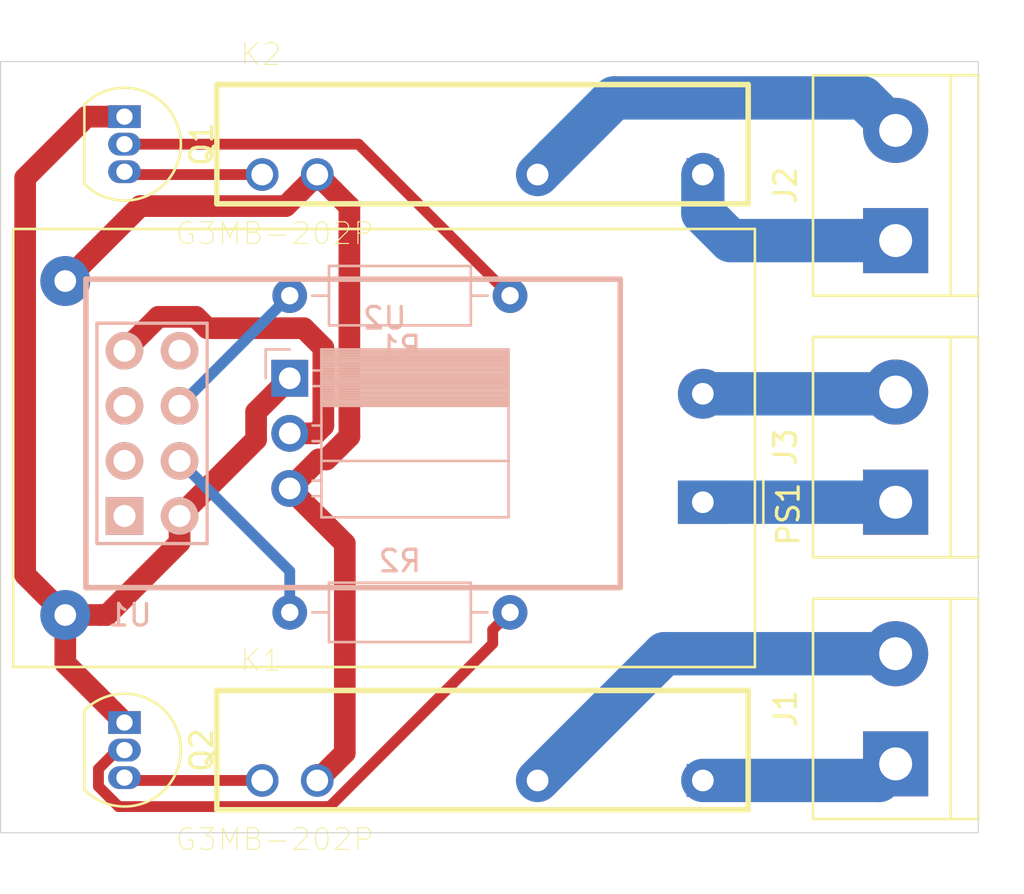
<source format=kicad_pcb>
(kicad_pcb (version 20171130) (host pcbnew "(5.1.4-0-10_14)")

  (general
    (thickness 1.6)
    (drawings 5)
    (tracks 70)
    (zones 0)
    (modules 12)
    (nets 20)
  )

  (page A4)
  (layers
    (0 F.Cu signal)
    (31 B.Cu signal)
    (32 B.Adhes user)
    (33 F.Adhes user)
    (34 B.Paste user)
    (35 F.Paste user)
    (36 B.SilkS user)
    (37 F.SilkS user)
    (38 B.Mask user)
    (39 F.Mask user)
    (40 Dwgs.User user)
    (41 Cmts.User user)
    (42 Eco1.User user)
    (43 Eco2.User user)
    (44 Edge.Cuts user)
    (45 Margin user)
    (46 B.CrtYd user)
    (47 F.CrtYd user)
    (48 B.Fab user)
    (49 F.Fab user)
  )

  (setup
    (last_trace_width 0.5)
    (trace_clearance 0.2)
    (zone_clearance 0.508)
    (zone_45_only no)
    (trace_min 0.2)
    (via_size 0.8)
    (via_drill 0.4)
    (via_min_size 0.4)
    (via_min_drill 0.3)
    (uvia_size 0.3)
    (uvia_drill 0.1)
    (uvias_allowed no)
    (uvia_min_size 0.2)
    (uvia_min_drill 0.1)
    (edge_width 0.05)
    (segment_width 0.2)
    (pcb_text_width 0.3)
    (pcb_text_size 1.5 1.5)
    (mod_edge_width 0.12)
    (mod_text_size 1 1)
    (mod_text_width 0.15)
    (pad_size 1.524 1.524)
    (pad_drill 0.762)
    (pad_to_mask_clearance 0.051)
    (solder_mask_min_width 0.25)
    (aux_axis_origin 0 0)
    (visible_elements FFFFFF7F)
    (pcbplotparams
      (layerselection 0x010fc_ffffffff)
      (usegerberextensions false)
      (usegerberattributes false)
      (usegerberadvancedattributes false)
      (creategerberjobfile false)
      (excludeedgelayer true)
      (linewidth 0.100000)
      (plotframeref false)
      (viasonmask false)
      (mode 1)
      (useauxorigin false)
      (hpglpennumber 1)
      (hpglpenspeed 20)
      (hpglpendiameter 15.000000)
      (psnegative false)
      (psa4output false)
      (plotreference true)
      (plotvalue true)
      (plotinvisibletext false)
      (padsonsilk false)
      (subtractmaskfromsilk false)
      (outputformat 1)
      (mirror false)
      (drillshape 1)
      (scaleselection 1)
      (outputdirectory ""))
  )

  (net 0 "")
  (net 1 "Net-(J1-Pad2)")
  (net 2 "Net-(J1-Pad1)")
  (net 3 "Net-(J2-Pad1)")
  (net 4 "Net-(J2-Pad2)")
  (net 5 +5V)
  (net 6 "Net-(K1-Pad4)")
  (net 7 "Net-(K2-Pad4)")
  (net 8 "Net-(Q1-Pad2)")
  (net 9 GND)
  (net 10 "Net-(Q2-Pad2)")
  (net 11 "Net-(R1-Pad1)")
  (net 12 "Net-(R2-Pad2)")
  (net 13 "Net-(U1-Pad1)")
  (net 14 "Net-(U1-Pad3)")
  (net 15 "Net-(U1-Pad5)")
  (net 16 +3.3V)
  (net 17 "Net-(U1-Pad8)")
  (net 18 "Net-(J3-Pad2)")
  (net 19 "Net-(J3-Pad1)")

  (net_class Default "To jest domyślna klasa połączeń."
    (clearance 0.2)
    (trace_width 0.5)
    (via_dia 0.8)
    (via_drill 0.4)
    (uvia_dia 0.3)
    (uvia_drill 0.1)
    (add_net "Net-(K1-Pad4)")
    (add_net "Net-(K2-Pad4)")
    (add_net "Net-(Q1-Pad2)")
    (add_net "Net-(Q2-Pad2)")
    (add_net "Net-(R1-Pad1)")
    (add_net "Net-(R2-Pad2)")
    (add_net "Net-(U1-Pad1)")
    (add_net "Net-(U1-Pad3)")
    (add_net "Net-(U1-Pad5)")
    (add_net "Net-(U1-Pad8)")
  )

  (net_class AC ""
    (clearance 0.2)
    (trace_width 2)
    (via_dia 0.8)
    (via_drill 0.4)
    (uvia_dia 0.3)
    (uvia_drill 0.1)
    (add_net "Net-(J1-Pad1)")
    (add_net "Net-(J1-Pad2)")
    (add_net "Net-(J2-Pad1)")
    (add_net "Net-(J2-Pad2)")
    (add_net "Net-(J3-Pad1)")
    (add_net "Net-(J3-Pad2)")
  )

  (net_class Power ""
    (clearance 0.2)
    (trace_width 1)
    (via_dia 0.8)
    (via_drill 0.4)
    (uvia_dia 0.3)
    (uvia_drill 0.1)
    (add_net +3.3V)
    (add_net +5V)
    (add_net GND)
  )

  (module G3MB-202P:RELAY_G3MB-202P (layer F.Cu) (tedit 0) (tstamp 5D7858CB)
    (at 123.19 55.88)
    (path /5D78A9E2)
    (fp_text reference K1 (at -10.2192 -4.13873) (layer F.SilkS)
      (effects (font (size 1.00091 1.00091) (thickness 0.05)))
    )
    (fp_text value G3MB-202P (at -9.5817 4.11786) (layer F.SilkS)
      (effects (font (size 1.00069 1.00069) (thickness 0.05)))
    )
    (fp_line (start -12.75 3.25) (end -12.75 -3.25) (layer Eco1.User) (width 0.127))
    (fp_line (start 12.75 3.25) (end -12.75 3.25) (layer Eco1.User) (width 0.127))
    (fp_line (start 12.75 -3.25) (end 12.75 3.25) (layer Eco1.User) (width 0.127))
    (fp_line (start -12.75 -3.25) (end 12.75 -3.25) (layer Eco1.User) (width 0.127))
    (fp_line (start -12.25 -2.75) (end -12.25 2.75) (layer F.SilkS) (width 0.254))
    (fp_line (start 12.25 -2.75) (end -12.25 -2.75) (layer F.SilkS) (width 0.254))
    (fp_line (start 12.25 2.75) (end 12.25 -2.75) (layer F.SilkS) (width 0.254))
    (fp_line (start -12.25 2.75) (end 12.25 2.75) (layer F.SilkS) (width 0.254))
    (pad 1 thru_hole rect (at 10.16 1.4) (size 1.508 1.508) (drill 1) (layers *.Cu *.Mask)
      (net 2 "Net-(J1-Pad1)"))
    (pad 2 thru_hole circle (at 2.54 1.4) (size 1.508 1.508) (drill 1) (layers *.Cu *.Mask)
      (net 1 "Net-(J1-Pad2)"))
    (pad 3 thru_hole circle (at -7.62 1.4) (size 1.508 1.508) (drill 1) (layers *.Cu *.Mask)
      (net 5 +5V))
    (pad 4 thru_hole circle (at -10.16 1.4) (size 1.508 1.508) (drill 1) (layers *.Cu *.Mask)
      (net 6 "Net-(K1-Pad4)"))
  )

  (module G3MB-202P:RELAY_G3MB-202P (layer F.Cu) (tedit 0) (tstamp 5D7858DB)
    (at 123.19 27.94)
    (path /5D788A46)
    (fp_text reference K2 (at -10.2192 -4.13873) (layer F.SilkS)
      (effects (font (size 1.00091 1.00091) (thickness 0.05)))
    )
    (fp_text value G3MB-202P (at -9.5817 4.11786) (layer F.SilkS)
      (effects (font (size 1.00069 1.00069) (thickness 0.05)))
    )
    (fp_line (start -12.25 2.75) (end 12.25 2.75) (layer F.SilkS) (width 0.254))
    (fp_line (start 12.25 2.75) (end 12.25 -2.75) (layer F.SilkS) (width 0.254))
    (fp_line (start 12.25 -2.75) (end -12.25 -2.75) (layer F.SilkS) (width 0.254))
    (fp_line (start -12.25 -2.75) (end -12.25 2.75) (layer F.SilkS) (width 0.254))
    (fp_line (start -12.75 -3.25) (end 12.75 -3.25) (layer Eco1.User) (width 0.127))
    (fp_line (start 12.75 -3.25) (end 12.75 3.25) (layer Eco1.User) (width 0.127))
    (fp_line (start 12.75 3.25) (end -12.75 3.25) (layer Eco1.User) (width 0.127))
    (fp_line (start -12.75 3.25) (end -12.75 -3.25) (layer Eco1.User) (width 0.127))
    (pad 4 thru_hole circle (at -10.16 1.4) (size 1.508 1.508) (drill 1) (layers *.Cu *.Mask)
      (net 7 "Net-(K2-Pad4)"))
    (pad 3 thru_hole circle (at -7.62 1.4) (size 1.508 1.508) (drill 1) (layers *.Cu *.Mask)
      (net 5 +5V))
    (pad 2 thru_hole circle (at 2.54 1.4) (size 1.508 1.508) (drill 1) (layers *.Cu *.Mask)
      (net 4 "Net-(J2-Pad2)"))
    (pad 1 thru_hole rect (at 10.16 1.4) (size 1.508 1.508) (drill 1) (layers *.Cu *.Mask)
      (net 3 "Net-(J2-Pad1)"))
  )

  (module Package_TO_SOT_THT:TO-92_Inline (layer F.Cu) (tedit 5A1DD157) (tstamp 5D7858ED)
    (at 106.68 26.67 270)
    (descr "TO-92 leads in-line, narrow, oval pads, drill 0.75mm (see NXP sot054_po.pdf)")
    (tags "to-92 sc-43 sc-43a sot54 PA33 transistor")
    (path /5D77B6AC)
    (fp_text reference Q1 (at 1.27 -3.56 90) (layer F.SilkS)
      (effects (font (size 1 1) (thickness 0.15)))
    )
    (fp_text value BC547 (at 1.27 2.79 90) (layer F.Fab)
      (effects (font (size 1 1) (thickness 0.15)))
    )
    (fp_text user %R (at 1.27 -3.56 90) (layer F.Fab)
      (effects (font (size 1 1) (thickness 0.15)))
    )
    (fp_line (start -0.53 1.85) (end 3.07 1.85) (layer F.SilkS) (width 0.12))
    (fp_line (start -0.5 1.75) (end 3 1.75) (layer F.Fab) (width 0.1))
    (fp_line (start -1.46 -2.73) (end 4 -2.73) (layer F.CrtYd) (width 0.05))
    (fp_line (start -1.46 -2.73) (end -1.46 2.01) (layer F.CrtYd) (width 0.05))
    (fp_line (start 4 2.01) (end 4 -2.73) (layer F.CrtYd) (width 0.05))
    (fp_line (start 4 2.01) (end -1.46 2.01) (layer F.CrtYd) (width 0.05))
    (fp_arc (start 1.27 0) (end 1.27 -2.48) (angle 135) (layer F.Fab) (width 0.1))
    (fp_arc (start 1.27 0) (end 1.27 -2.6) (angle -135) (layer F.SilkS) (width 0.12))
    (fp_arc (start 1.27 0) (end 1.27 -2.48) (angle -135) (layer F.Fab) (width 0.1))
    (fp_arc (start 1.27 0) (end 1.27 -2.6) (angle 135) (layer F.SilkS) (width 0.12))
    (pad 2 thru_hole oval (at 1.27 0 270) (size 1.05 1.5) (drill 0.75) (layers *.Cu *.Mask)
      (net 8 "Net-(Q1-Pad2)"))
    (pad 3 thru_hole oval (at 2.54 0 270) (size 1.05 1.5) (drill 0.75) (layers *.Cu *.Mask)
      (net 7 "Net-(K2-Pad4)"))
    (pad 1 thru_hole rect (at 0 0 270) (size 1.05 1.5) (drill 0.75) (layers *.Cu *.Mask)
      (net 9 GND))
    (model ${KISYS3DMOD}/Package_TO_SOT_THT.3dshapes/TO-92_Inline.wrl
      (at (xyz 0 0 0))
      (scale (xyz 1 1 1))
      (rotate (xyz 0 0 0))
    )
  )

  (module Package_TO_SOT_THT:TO-92_Inline (layer F.Cu) (tedit 5A1DD157) (tstamp 5D7858FF)
    (at 106.68 54.61 270)
    (descr "TO-92 leads in-line, narrow, oval pads, drill 0.75mm (see NXP sot054_po.pdf)")
    (tags "to-92 sc-43 sc-43a sot54 PA33 transistor")
    (path /5D77CAE0)
    (fp_text reference Q2 (at 1.27 -3.56 90) (layer F.SilkS)
      (effects (font (size 1 1) (thickness 0.15)))
    )
    (fp_text value BC547 (at 1.27 2.79 90) (layer F.Fab)
      (effects (font (size 1 1) (thickness 0.15)))
    )
    (fp_arc (start 1.27 0) (end 1.27 -2.6) (angle 135) (layer F.SilkS) (width 0.12))
    (fp_arc (start 1.27 0) (end 1.27 -2.48) (angle -135) (layer F.Fab) (width 0.1))
    (fp_arc (start 1.27 0) (end 1.27 -2.6) (angle -135) (layer F.SilkS) (width 0.12))
    (fp_arc (start 1.27 0) (end 1.27 -2.48) (angle 135) (layer F.Fab) (width 0.1))
    (fp_line (start 4 2.01) (end -1.46 2.01) (layer F.CrtYd) (width 0.05))
    (fp_line (start 4 2.01) (end 4 -2.73) (layer F.CrtYd) (width 0.05))
    (fp_line (start -1.46 -2.73) (end -1.46 2.01) (layer F.CrtYd) (width 0.05))
    (fp_line (start -1.46 -2.73) (end 4 -2.73) (layer F.CrtYd) (width 0.05))
    (fp_line (start -0.5 1.75) (end 3 1.75) (layer F.Fab) (width 0.1))
    (fp_line (start -0.53 1.85) (end 3.07 1.85) (layer F.SilkS) (width 0.12))
    (fp_text user %R (at 1.27 -3.56 90) (layer F.Fab)
      (effects (font (size 1 1) (thickness 0.15)))
    )
    (pad 1 thru_hole rect (at 0 0 270) (size 1.05 1.5) (drill 0.75) (layers *.Cu *.Mask)
      (net 9 GND))
    (pad 3 thru_hole oval (at 2.54 0 270) (size 1.05 1.5) (drill 0.75) (layers *.Cu *.Mask)
      (net 6 "Net-(K1-Pad4)"))
    (pad 2 thru_hole oval (at 1.27 0 270) (size 1.05 1.5) (drill 0.75) (layers *.Cu *.Mask)
      (net 10 "Net-(Q2-Pad2)"))
    (model ${KISYS3DMOD}/Package_TO_SOT_THT.3dshapes/TO-92_Inline.wrl
      (at (xyz 0 0 0))
      (scale (xyz 1 1 1))
      (rotate (xyz 0 0 0))
    )
  )

  (module Resistor_THT:R_Axial_DIN0207_L6.3mm_D2.5mm_P10.16mm_Horizontal (layer B.Cu) (tedit 5AE5139B) (tstamp 5D785D0C)
    (at 114.3 34.925)
    (descr "Resistor, Axial_DIN0207 series, Axial, Horizontal, pin pitch=10.16mm, 0.25W = 1/4W, length*diameter=6.3*2.5mm^2, http://cdn-reichelt.de/documents/datenblatt/B400/1_4W%23YAG.pdf")
    (tags "Resistor Axial_DIN0207 series Axial Horizontal pin pitch 10.16mm 0.25W = 1/4W length 6.3mm diameter 2.5mm")
    (path /5D78EB6F)
    (fp_text reference R1 (at 5.08 2.37) (layer B.SilkS)
      (effects (font (size 1 1) (thickness 0.15)) (justify mirror))
    )
    (fp_text value R (at 5.08 -2.37) (layer B.Fab)
      (effects (font (size 1 1) (thickness 0.15)) (justify mirror))
    )
    (fp_line (start 1.93 1.25) (end 1.93 -1.25) (layer B.Fab) (width 0.1))
    (fp_line (start 1.93 -1.25) (end 8.23 -1.25) (layer B.Fab) (width 0.1))
    (fp_line (start 8.23 -1.25) (end 8.23 1.25) (layer B.Fab) (width 0.1))
    (fp_line (start 8.23 1.25) (end 1.93 1.25) (layer B.Fab) (width 0.1))
    (fp_line (start 0 0) (end 1.93 0) (layer B.Fab) (width 0.1))
    (fp_line (start 10.16 0) (end 8.23 0) (layer B.Fab) (width 0.1))
    (fp_line (start 1.81 1.37) (end 1.81 -1.37) (layer B.SilkS) (width 0.12))
    (fp_line (start 1.81 -1.37) (end 8.35 -1.37) (layer B.SilkS) (width 0.12))
    (fp_line (start 8.35 -1.37) (end 8.35 1.37) (layer B.SilkS) (width 0.12))
    (fp_line (start 8.35 1.37) (end 1.81 1.37) (layer B.SilkS) (width 0.12))
    (fp_line (start 1.04 0) (end 1.81 0) (layer B.SilkS) (width 0.12))
    (fp_line (start 9.12 0) (end 8.35 0) (layer B.SilkS) (width 0.12))
    (fp_line (start -1.05 1.5) (end -1.05 -1.5) (layer B.CrtYd) (width 0.05))
    (fp_line (start -1.05 -1.5) (end 11.21 -1.5) (layer B.CrtYd) (width 0.05))
    (fp_line (start 11.21 -1.5) (end 11.21 1.5) (layer B.CrtYd) (width 0.05))
    (fp_line (start 11.21 1.5) (end -1.05 1.5) (layer B.CrtYd) (width 0.05))
    (fp_text user %R (at 5.08 0) (layer B.Fab)
      (effects (font (size 1 1) (thickness 0.15)) (justify mirror))
    )
    (pad 1 thru_hole circle (at 0 0) (size 1.6 1.6) (drill 0.8) (layers *.Cu *.Mask)
      (net 11 "Net-(R1-Pad1)"))
    (pad 2 thru_hole oval (at 10.16 0) (size 1.6 1.6) (drill 0.8) (layers *.Cu *.Mask)
      (net 8 "Net-(Q1-Pad2)"))
    (model ${KISYS3DMOD}/Resistor_THT.3dshapes/R_Axial_DIN0207_L6.3mm_D2.5mm_P10.16mm_Horizontal.wrl
      (at (xyz 0 0 0))
      (scale (xyz 1 1 1))
      (rotate (xyz 0 0 0))
    )
  )

  (module Resistor_THT:R_Axial_DIN0207_L6.3mm_D2.5mm_P10.16mm_Horizontal (layer B.Cu) (tedit 5AE5139B) (tstamp 5D785E9F)
    (at 124.46 49.53 180)
    (descr "Resistor, Axial_DIN0207 series, Axial, Horizontal, pin pitch=10.16mm, 0.25W = 1/4W, length*diameter=6.3*2.5mm^2, http://cdn-reichelt.de/documents/datenblatt/B400/1_4W%23YAG.pdf")
    (tags "Resistor Axial_DIN0207 series Axial Horizontal pin pitch 10.16mm 0.25W = 1/4W length 6.3mm diameter 2.5mm")
    (path /5D78F2F2)
    (fp_text reference R2 (at 5.08 2.37) (layer B.SilkS)
      (effects (font (size 1 1) (thickness 0.15)) (justify mirror))
    )
    (fp_text value R (at 5.08 -2.37) (layer B.Fab)
      (effects (font (size 1 1) (thickness 0.15)) (justify mirror))
    )
    (fp_text user %R (at 5.08 0) (layer B.Fab)
      (effects (font (size 1 1) (thickness 0.15)) (justify mirror))
    )
    (fp_line (start 11.21 1.5) (end -1.05 1.5) (layer B.CrtYd) (width 0.05))
    (fp_line (start 11.21 -1.5) (end 11.21 1.5) (layer B.CrtYd) (width 0.05))
    (fp_line (start -1.05 -1.5) (end 11.21 -1.5) (layer B.CrtYd) (width 0.05))
    (fp_line (start -1.05 1.5) (end -1.05 -1.5) (layer B.CrtYd) (width 0.05))
    (fp_line (start 9.12 0) (end 8.35 0) (layer B.SilkS) (width 0.12))
    (fp_line (start 1.04 0) (end 1.81 0) (layer B.SilkS) (width 0.12))
    (fp_line (start 8.35 1.37) (end 1.81 1.37) (layer B.SilkS) (width 0.12))
    (fp_line (start 8.35 -1.37) (end 8.35 1.37) (layer B.SilkS) (width 0.12))
    (fp_line (start 1.81 -1.37) (end 8.35 -1.37) (layer B.SilkS) (width 0.12))
    (fp_line (start 1.81 1.37) (end 1.81 -1.37) (layer B.SilkS) (width 0.12))
    (fp_line (start 10.16 0) (end 8.23 0) (layer B.Fab) (width 0.1))
    (fp_line (start 0 0) (end 1.93 0) (layer B.Fab) (width 0.1))
    (fp_line (start 8.23 1.25) (end 1.93 1.25) (layer B.Fab) (width 0.1))
    (fp_line (start 8.23 -1.25) (end 8.23 1.25) (layer B.Fab) (width 0.1))
    (fp_line (start 1.93 -1.25) (end 8.23 -1.25) (layer B.Fab) (width 0.1))
    (fp_line (start 1.93 1.25) (end 1.93 -1.25) (layer B.Fab) (width 0.1))
    (pad 2 thru_hole oval (at 10.16 0 180) (size 1.6 1.6) (drill 0.8) (layers *.Cu *.Mask)
      (net 12 "Net-(R2-Pad2)"))
    (pad 1 thru_hole circle (at 0 0 180) (size 1.6 1.6) (drill 0.8) (layers *.Cu *.Mask)
      (net 10 "Net-(Q2-Pad2)"))
    (model ${KISYS3DMOD}/Resistor_THT.3dshapes/R_Axial_DIN0207_L6.3mm_D2.5mm_P10.16mm_Horizontal.wrl
      (at (xyz 0 0 0))
      (scale (xyz 1 1 1))
      (rotate (xyz 0 0 0))
    )
  )

  (module ESP8266:ESP-01 (layer B.Cu) (tedit 577EF889) (tstamp 5D7866B7)
    (at 106.68 45.085)
    (descr "Module, ESP-8266, ESP-01, 8 pin")
    (tags "Module ESP-8266 ESP8266")
    (path /5D777E88)
    (fp_text reference U1 (at 0.254 4.572) (layer B.SilkS)
      (effects (font (size 1 1) (thickness 0.15)) (justify mirror))
    )
    (fp_text value ESP-01v090 (at 12.192 -3.556) (layer B.Fab)
      (effects (font (size 1 1) (thickness 0.15)) (justify mirror))
    )
    (fp_line (start -1.778 3.302) (end 22.86 3.302) (layer B.SilkS) (width 0.254))
    (fp_line (start 22.86 3.302) (end 22.86 -10.922) (layer B.SilkS) (width 0.254))
    (fp_line (start 22.86 -10.922) (end -1.778 -10.922) (layer B.SilkS) (width 0.254))
    (fp_line (start -1.778 -10.922) (end -1.778 3.302) (layer B.SilkS) (width 0.254))
    (fp_line (start -1.778 3.302) (end 22.86 3.302) (layer B.Fab) (width 0.05))
    (fp_line (start 22.86 3.302) (end 22.86 -10.922) (layer B.Fab) (width 0.05))
    (fp_line (start 22.86 -10.922) (end -1.778 -10.922) (layer B.Fab) (width 0.05))
    (fp_line (start -1.778 -10.922) (end -1.778 3.302) (layer B.Fab) (width 0.05))
    (fp_line (start 1.27 1.27) (end -1.27 1.27) (layer B.SilkS) (width 0.1524))
    (fp_line (start -1.27 1.27) (end -1.27 -1.27) (layer B.SilkS) (width 0.1524))
    (fp_line (start -1.75 1.75) (end -1.75 -9.4) (layer B.CrtYd) (width 0.05))
    (fp_line (start 4.3 1.75) (end 4.3 -9.4) (layer B.CrtYd) (width 0.05))
    (fp_line (start -1.75 1.75) (end 4.3 1.75) (layer B.CrtYd) (width 0.05))
    (fp_line (start -1.75 -9.4) (end 4.3 -9.4) (layer B.CrtYd) (width 0.05))
    (fp_line (start -1.27 -1.27) (end -1.27 -8.89) (layer B.SilkS) (width 0.1524))
    (fp_line (start -1.27 -8.89) (end 3.81 -8.89) (layer B.SilkS) (width 0.1524))
    (fp_line (start 3.81 -8.89) (end 3.81 1.27) (layer B.SilkS) (width 0.1524))
    (fp_line (start 3.81 1.27) (end 1.27 1.27) (layer B.SilkS) (width 0.1524))
    (pad 1 thru_hole rect (at 0 0) (size 1.7272 1.7272) (drill 1.016) (layers *.Cu *.Mask B.SilkS)
      (net 13 "Net-(U1-Pad1)"))
    (pad 2 thru_hole oval (at 2.54 0) (size 1.7272 1.7272) (drill 1.016) (layers *.Cu *.Mask B.SilkS)
      (net 9 GND))
    (pad 3 thru_hole oval (at 0 -2.54) (size 1.7272 1.7272) (drill 1.016) (layers *.Cu *.Mask B.SilkS)
      (net 14 "Net-(U1-Pad3)"))
    (pad 4 thru_hole oval (at 2.54 -2.54) (size 1.7272 1.7272) (drill 1.016) (layers *.Cu *.Mask B.SilkS)
      (net 12 "Net-(R2-Pad2)"))
    (pad 5 thru_hole oval (at 0 -5.08) (size 1.7272 1.7272) (drill 1.016) (layers *.Cu *.Mask B.SilkS)
      (net 15 "Net-(U1-Pad5)"))
    (pad 6 thru_hole oval (at 2.54 -5.08) (size 1.7272 1.7272) (drill 1.016) (layers *.Cu *.Mask B.SilkS)
      (net 11 "Net-(R1-Pad1)"))
    (pad 7 thru_hole oval (at 0 -7.62) (size 1.7272 1.7272) (drill 1.016) (layers *.Cu *.Mask B.SilkS)
      (net 16 +3.3V))
    (pad 8 thru_hole oval (at 2.54 -7.62) (size 1.7272 1.7272) (drill 1.016) (layers *.Cu *.Mask B.SilkS)
      (net 17 "Net-(U1-Pad8)"))
  )

  (module Converter_ACDC:Converter_ACDC_HiLink_HLK-PMxx (layer F.Cu) (tedit 5C1AC1CD) (tstamp 5D786ADC)
    (at 133.35 44.45 180)
    (descr "ACDC-Converter, 3W, HiLink, HLK-PMxx, THT, http://www.hlktech.net/product_detail.php?ProId=54")
    (tags "ACDC-Converter 3W THT HiLink board mount module")
    (path /5D799008)
    (fp_text reference PS1 (at -3.94 -0.55 90) (layer F.SilkS)
      (effects (font (size 1 1) (thickness 0.15)))
    )
    (fp_text value HLK-PM01 (at 15.79 13.85) (layer F.Fab)
      (effects (font (size 1 1) (thickness 0.15)))
    )
    (fp_line (start -2.3 12.5) (end 31.7 12.5) (layer F.Fab) (width 0.1))
    (fp_line (start 31.7 12.5) (end 31.7 -7.5) (layer F.Fab) (width 0.1))
    (fp_line (start -2.3 12.5) (end -2.3 0.99) (layer F.Fab) (width 0.1))
    (fp_line (start -2.3 -7.5) (end 31.7 -7.5) (layer F.Fab) (width 0.1))
    (fp_text user %R (at 14.68 1.17) (layer F.Fab)
      (effects (font (size 1 1) (thickness 0.15)))
    )
    (fp_line (start -1.29 0) (end -2.29 1) (layer F.Fab) (width 0.1))
    (fp_line (start -2.29 -1) (end -1.29 0) (layer F.Fab) (width 0.1))
    (fp_line (start -2.3 -1) (end -2.3 -7.5) (layer F.Fab) (width 0.1))
    (fp_line (start -2.55 12.75) (end 31.95 12.75) (layer F.CrtYd) (width 0.05))
    (fp_line (start 31.95 12.75) (end 31.95 -7.75) (layer F.CrtYd) (width 0.05))
    (fp_line (start 31.95 -7.75) (end -2.55 -7.75) (layer F.CrtYd) (width 0.05))
    (fp_line (start -2.55 -7.75) (end -2.55 12.75) (layer F.CrtYd) (width 0.05))
    (fp_line (start -2.4 -7.6) (end -2.4 12.6) (layer F.SilkS) (width 0.12))
    (fp_line (start -2.4 12.6) (end 31.8 12.6) (layer F.SilkS) (width 0.12))
    (fp_line (start 31.8 12.6) (end 31.8 -7.6) (layer F.SilkS) (width 0.12))
    (fp_line (start 31.8 -7.6) (end -2.4 -7.6) (layer F.SilkS) (width 0.12))
    (fp_line (start -2.79 -1) (end -2.79 1.01) (layer F.SilkS) (width 0.12))
    (pad 3 thru_hole circle (at 29.4 -5.2 180) (size 2.3 2.3) (drill 1) (layers *.Cu *.Mask)
      (net 9 GND))
    (pad 1 thru_hole rect (at 0 0 180) (size 2.3 2) (drill 1) (layers *.Cu *.Mask)
      (net 19 "Net-(J3-Pad1)"))
    (pad 2 thru_hole circle (at 0 5 180) (size 2.3 2.3) (drill 1) (layers *.Cu *.Mask)
      (net 18 "Net-(J3-Pad2)"))
    (pad 4 thru_hole circle (at 29.4 10.2 180) (size 2.3 2.3) (drill 1) (layers *.Cu *.Mask)
      (net 5 +5V))
    (model ${KISYS3DMOD}/Converter_ACDC.3dshapes/Converter_ACDC_HiLink_HLK-PMxx.wrl
      (at (xyz 0 0 0))
      (scale (xyz 1 1 1))
      (rotate (xyz 0 0 0))
    )
  )

  (module Connector_PinSocket_2.54mm:PinSocket_1x03_P2.54mm_Horizontal (layer B.Cu) (tedit 5A19A429) (tstamp 5D7878F1)
    (at 114.3 38.735 180)
    (descr "Through hole angled socket strip, 1x03, 2.54mm pitch, 8.51mm socket length, single row (from Kicad 4.0.7), script generated")
    (tags "Through hole angled socket strip THT 1x03 2.54mm single row")
    (path /5D782219)
    (fp_text reference U2 (at -4.38 2.77) (layer B.SilkS)
      (effects (font (size 1 1) (thickness 0.15)) (justify mirror))
    )
    (fp_text value AMS1117-3.3 (at -4.38 -7.85) (layer B.Fab)
      (effects (font (size 1 1) (thickness 0.15)) (justify mirror))
    )
    (fp_line (start -10.03 1.27) (end -2.49 1.27) (layer B.Fab) (width 0.1))
    (fp_line (start -2.49 1.27) (end -1.52 0.3) (layer B.Fab) (width 0.1))
    (fp_line (start -1.52 0.3) (end -1.52 -6.35) (layer B.Fab) (width 0.1))
    (fp_line (start -1.52 -6.35) (end -10.03 -6.35) (layer B.Fab) (width 0.1))
    (fp_line (start -10.03 -6.35) (end -10.03 1.27) (layer B.Fab) (width 0.1))
    (fp_line (start 0 0.3) (end -1.52 0.3) (layer B.Fab) (width 0.1))
    (fp_line (start -1.52 -0.3) (end 0 -0.3) (layer B.Fab) (width 0.1))
    (fp_line (start 0 -0.3) (end 0 0.3) (layer B.Fab) (width 0.1))
    (fp_line (start 0 -2.24) (end -1.52 -2.24) (layer B.Fab) (width 0.1))
    (fp_line (start -1.52 -2.84) (end 0 -2.84) (layer B.Fab) (width 0.1))
    (fp_line (start 0 -2.84) (end 0 -2.24) (layer B.Fab) (width 0.1))
    (fp_line (start 0 -4.78) (end -1.52 -4.78) (layer B.Fab) (width 0.1))
    (fp_line (start -1.52 -5.38) (end 0 -5.38) (layer B.Fab) (width 0.1))
    (fp_line (start 0 -5.38) (end 0 -4.78) (layer B.Fab) (width 0.1))
    (fp_line (start -10.09 1.21) (end -1.46 1.21) (layer B.SilkS) (width 0.12))
    (fp_line (start -10.09 1.091905) (end -1.46 1.091905) (layer B.SilkS) (width 0.12))
    (fp_line (start -10.09 0.97381) (end -1.46 0.97381) (layer B.SilkS) (width 0.12))
    (fp_line (start -10.09 0.855715) (end -1.46 0.855715) (layer B.SilkS) (width 0.12))
    (fp_line (start -10.09 0.73762) (end -1.46 0.73762) (layer B.SilkS) (width 0.12))
    (fp_line (start -10.09 0.619525) (end -1.46 0.619525) (layer B.SilkS) (width 0.12))
    (fp_line (start -10.09 0.50143) (end -1.46 0.50143) (layer B.SilkS) (width 0.12))
    (fp_line (start -10.09 0.383335) (end -1.46 0.383335) (layer B.SilkS) (width 0.12))
    (fp_line (start -10.09 0.26524) (end -1.46 0.26524) (layer B.SilkS) (width 0.12))
    (fp_line (start -10.09 0.147145) (end -1.46 0.147145) (layer B.SilkS) (width 0.12))
    (fp_line (start -10.09 0.02905) (end -1.46 0.02905) (layer B.SilkS) (width 0.12))
    (fp_line (start -10.09 -0.089045) (end -1.46 -0.089045) (layer B.SilkS) (width 0.12))
    (fp_line (start -10.09 -0.20714) (end -1.46 -0.20714) (layer B.SilkS) (width 0.12))
    (fp_line (start -10.09 -0.325235) (end -1.46 -0.325235) (layer B.SilkS) (width 0.12))
    (fp_line (start -10.09 -0.44333) (end -1.46 -0.44333) (layer B.SilkS) (width 0.12))
    (fp_line (start -10.09 -0.561425) (end -1.46 -0.561425) (layer B.SilkS) (width 0.12))
    (fp_line (start -10.09 -0.67952) (end -1.46 -0.67952) (layer B.SilkS) (width 0.12))
    (fp_line (start -10.09 -0.797615) (end -1.46 -0.797615) (layer B.SilkS) (width 0.12))
    (fp_line (start -10.09 -0.91571) (end -1.46 -0.91571) (layer B.SilkS) (width 0.12))
    (fp_line (start -10.09 -1.033805) (end -1.46 -1.033805) (layer B.SilkS) (width 0.12))
    (fp_line (start -10.09 -1.1519) (end -1.46 -1.1519) (layer B.SilkS) (width 0.12))
    (fp_line (start -1.46 0.36) (end -1.11 0.36) (layer B.SilkS) (width 0.12))
    (fp_line (start -1.46 -0.36) (end -1.11 -0.36) (layer B.SilkS) (width 0.12))
    (fp_line (start -1.46 -2.18) (end -1.05 -2.18) (layer B.SilkS) (width 0.12))
    (fp_line (start -1.46 -2.9) (end -1.05 -2.9) (layer B.SilkS) (width 0.12))
    (fp_line (start -1.46 -4.72) (end -1.05 -4.72) (layer B.SilkS) (width 0.12))
    (fp_line (start -1.46 -5.44) (end -1.05 -5.44) (layer B.SilkS) (width 0.12))
    (fp_line (start -10.09 -1.27) (end -1.46 -1.27) (layer B.SilkS) (width 0.12))
    (fp_line (start -10.09 -3.81) (end -1.46 -3.81) (layer B.SilkS) (width 0.12))
    (fp_line (start -10.09 1.33) (end -1.46 1.33) (layer B.SilkS) (width 0.12))
    (fp_line (start -1.46 1.33) (end -1.46 -6.41) (layer B.SilkS) (width 0.12))
    (fp_line (start -10.09 -6.41) (end -1.46 -6.41) (layer B.SilkS) (width 0.12))
    (fp_line (start -10.09 1.33) (end -10.09 -6.41) (layer B.SilkS) (width 0.12))
    (fp_line (start 1.11 1.33) (end 1.11 0) (layer B.SilkS) (width 0.12))
    (fp_line (start 0 1.33) (end 1.11 1.33) (layer B.SilkS) (width 0.12))
    (fp_line (start 1.75 1.8) (end -10.55 1.8) (layer B.CrtYd) (width 0.05))
    (fp_line (start -10.55 1.8) (end -10.55 -6.85) (layer B.CrtYd) (width 0.05))
    (fp_line (start -10.55 -6.85) (end 1.75 -6.85) (layer B.CrtYd) (width 0.05))
    (fp_line (start 1.75 -6.85) (end 1.75 1.8) (layer B.CrtYd) (width 0.05))
    (fp_text user %R (at -5.775 -2.54) (layer B.Fab)
      (effects (font (size 1 1) (thickness 0.15)) (justify mirror))
    )
    (pad 1 thru_hole rect (at 0 0 180) (size 1.7 1.7) (drill 1) (layers *.Cu *.Mask)
      (net 9 GND))
    (pad 2 thru_hole oval (at 0 -2.54 180) (size 1.7 1.7) (drill 1) (layers *.Cu *.Mask)
      (net 16 +3.3V))
    (pad 3 thru_hole oval (at 0 -5.08 180) (size 1.7 1.7) (drill 1) (layers *.Cu *.Mask)
      (net 5 +5V))
    (model ${KISYS3DMOD}/Connector_PinSocket_2.54mm.3dshapes/PinSocket_1x03_P2.54mm_Horizontal.wrl
      (at (xyz 0 0 0))
      (scale (xyz 1 1 1))
      (rotate (xyz 0 0 0))
    )
  )

  (module TerminalBlock:TerminalBlock_bornier-2_P5.08mm (layer F.Cu) (tedit 59FF03AB) (tstamp 5D7960BA)
    (at 142.24 56.515 90)
    (descr "simple 2-pin terminal block, pitch 5.08mm, revamped version of bornier2")
    (tags "terminal block bornier2")
    (path /5D780999)
    (fp_text reference J1 (at 2.54 -5.08 90) (layer F.SilkS)
      (effects (font (size 1 1) (thickness 0.15)))
    )
    (fp_text value Screw_Terminal_01x02 (at 2.54 5.08 90) (layer F.Fab)
      (effects (font (size 1 1) (thickness 0.15)))
    )
    (fp_line (start 7.79 4) (end -2.71 4) (layer F.CrtYd) (width 0.05))
    (fp_line (start 7.79 4) (end 7.79 -4) (layer F.CrtYd) (width 0.05))
    (fp_line (start -2.71 -4) (end -2.71 4) (layer F.CrtYd) (width 0.05))
    (fp_line (start -2.71 -4) (end 7.79 -4) (layer F.CrtYd) (width 0.05))
    (fp_line (start -2.54 3.81) (end 7.62 3.81) (layer F.SilkS) (width 0.12))
    (fp_line (start -2.54 -3.81) (end -2.54 3.81) (layer F.SilkS) (width 0.12))
    (fp_line (start 7.62 -3.81) (end -2.54 -3.81) (layer F.SilkS) (width 0.12))
    (fp_line (start 7.62 3.81) (end 7.62 -3.81) (layer F.SilkS) (width 0.12))
    (fp_line (start 7.62 2.54) (end -2.54 2.54) (layer F.SilkS) (width 0.12))
    (fp_line (start 7.54 -3.75) (end -2.46 -3.75) (layer F.Fab) (width 0.1))
    (fp_line (start 7.54 3.75) (end 7.54 -3.75) (layer F.Fab) (width 0.1))
    (fp_line (start -2.46 3.75) (end 7.54 3.75) (layer F.Fab) (width 0.1))
    (fp_line (start -2.46 -3.75) (end -2.46 3.75) (layer F.Fab) (width 0.1))
    (fp_line (start -2.41 2.55) (end 7.49 2.55) (layer F.Fab) (width 0.1))
    (fp_text user %R (at 2.54 0 90) (layer F.Fab)
      (effects (font (size 1 1) (thickness 0.15)))
    )
    (pad 2 thru_hole circle (at 5.08 0 90) (size 3 3) (drill 1.52) (layers *.Cu *.Mask)
      (net 1 "Net-(J1-Pad2)"))
    (pad 1 thru_hole rect (at 0 0 90) (size 3 3) (drill 1.52) (layers *.Cu *.Mask)
      (net 2 "Net-(J1-Pad1)"))
    (model ${KISYS3DMOD}/TerminalBlock.3dshapes/TerminalBlock_bornier-2_P5.08mm.wrl
      (offset (xyz 2.539999961853027 0 0))
      (scale (xyz 1 1 1))
      (rotate (xyz 0 0 0))
    )
  )

  (module TerminalBlock:TerminalBlock_bornier-2_P5.08mm (layer F.Cu) (tedit 59FF03AB) (tstamp 5D7960CF)
    (at 142.24 32.385 90)
    (descr "simple 2-pin terminal block, pitch 5.08mm, revamped version of bornier2")
    (tags "terminal block bornier2")
    (path /5D7800CD)
    (fp_text reference J2 (at 2.54 -5.08 90) (layer F.SilkS)
      (effects (font (size 1 1) (thickness 0.15)))
    )
    (fp_text value Screw_Terminal_01x02 (at 2.54 5.08 90) (layer F.Fab)
      (effects (font (size 1 1) (thickness 0.15)))
    )
    (fp_text user %R (at 2.54 0 90) (layer F.Fab)
      (effects (font (size 1 1) (thickness 0.15)))
    )
    (fp_line (start -2.41 2.55) (end 7.49 2.55) (layer F.Fab) (width 0.1))
    (fp_line (start -2.46 -3.75) (end -2.46 3.75) (layer F.Fab) (width 0.1))
    (fp_line (start -2.46 3.75) (end 7.54 3.75) (layer F.Fab) (width 0.1))
    (fp_line (start 7.54 3.75) (end 7.54 -3.75) (layer F.Fab) (width 0.1))
    (fp_line (start 7.54 -3.75) (end -2.46 -3.75) (layer F.Fab) (width 0.1))
    (fp_line (start 7.62 2.54) (end -2.54 2.54) (layer F.SilkS) (width 0.12))
    (fp_line (start 7.62 3.81) (end 7.62 -3.81) (layer F.SilkS) (width 0.12))
    (fp_line (start 7.62 -3.81) (end -2.54 -3.81) (layer F.SilkS) (width 0.12))
    (fp_line (start -2.54 -3.81) (end -2.54 3.81) (layer F.SilkS) (width 0.12))
    (fp_line (start -2.54 3.81) (end 7.62 3.81) (layer F.SilkS) (width 0.12))
    (fp_line (start -2.71 -4) (end 7.79 -4) (layer F.CrtYd) (width 0.05))
    (fp_line (start -2.71 -4) (end -2.71 4) (layer F.CrtYd) (width 0.05))
    (fp_line (start 7.79 4) (end 7.79 -4) (layer F.CrtYd) (width 0.05))
    (fp_line (start 7.79 4) (end -2.71 4) (layer F.CrtYd) (width 0.05))
    (pad 1 thru_hole rect (at 0 0 90) (size 3 3) (drill 1.52) (layers *.Cu *.Mask)
      (net 3 "Net-(J2-Pad1)"))
    (pad 2 thru_hole circle (at 5.08 0 90) (size 3 3) (drill 1.52) (layers *.Cu *.Mask)
      (net 4 "Net-(J2-Pad2)"))
    (model ${KISYS3DMOD}/TerminalBlock.3dshapes/TerminalBlock_bornier-2_P5.08mm.wrl
      (offset (xyz 2.539999961853027 0 0))
      (scale (xyz 1 1 1))
      (rotate (xyz 0 0 0))
    )
  )

  (module TerminalBlock:TerminalBlock_bornier-2_P5.08mm (layer F.Cu) (tedit 59FF03AB) (tstamp 5D7960E4)
    (at 142.24 44.45 90)
    (descr "simple 2-pin terminal block, pitch 5.08mm, revamped version of bornier2")
    (tags "terminal block bornier2")
    (path /5D79BB9B)
    (fp_text reference J3 (at 2.54 -5.08 90) (layer F.SilkS)
      (effects (font (size 1 1) (thickness 0.15)))
    )
    (fp_text value Screw_Terminal_01x02 (at 2.54 5.08 90) (layer F.Fab)
      (effects (font (size 1 1) (thickness 0.15)))
    )
    (fp_text user %R (at 2.54 0 90) (layer F.Fab)
      (effects (font (size 1 1) (thickness 0.15)))
    )
    (fp_line (start -2.41 2.55) (end 7.49 2.55) (layer F.Fab) (width 0.1))
    (fp_line (start -2.46 -3.75) (end -2.46 3.75) (layer F.Fab) (width 0.1))
    (fp_line (start -2.46 3.75) (end 7.54 3.75) (layer F.Fab) (width 0.1))
    (fp_line (start 7.54 3.75) (end 7.54 -3.75) (layer F.Fab) (width 0.1))
    (fp_line (start 7.54 -3.75) (end -2.46 -3.75) (layer F.Fab) (width 0.1))
    (fp_line (start 7.62 2.54) (end -2.54 2.54) (layer F.SilkS) (width 0.12))
    (fp_line (start 7.62 3.81) (end 7.62 -3.81) (layer F.SilkS) (width 0.12))
    (fp_line (start 7.62 -3.81) (end -2.54 -3.81) (layer F.SilkS) (width 0.12))
    (fp_line (start -2.54 -3.81) (end -2.54 3.81) (layer F.SilkS) (width 0.12))
    (fp_line (start -2.54 3.81) (end 7.62 3.81) (layer F.SilkS) (width 0.12))
    (fp_line (start -2.71 -4) (end 7.79 -4) (layer F.CrtYd) (width 0.05))
    (fp_line (start -2.71 -4) (end -2.71 4) (layer F.CrtYd) (width 0.05))
    (fp_line (start 7.79 4) (end 7.79 -4) (layer F.CrtYd) (width 0.05))
    (fp_line (start 7.79 4) (end -2.71 4) (layer F.CrtYd) (width 0.05))
    (pad 1 thru_hole rect (at 0 0 90) (size 3 3) (drill 1.52) (layers *.Cu *.Mask)
      (net 19 "Net-(J3-Pad1)"))
    (pad 2 thru_hole circle (at 5.08 0 90) (size 3 3) (drill 1.52) (layers *.Cu *.Mask)
      (net 18 "Net-(J3-Pad2)"))
    (model ${KISYS3DMOD}/TerminalBlock.3dshapes/TerminalBlock_bornier-2_P5.08mm.wrl
      (offset (xyz 2.539999961853027 0 0))
      (scale (xyz 1 1 1))
      (rotate (xyz 0 0 0))
    )
  )

  (gr_line (start 146.05 59.69) (end 146.05 24.13) (layer Edge.Cuts) (width 0.05) (tstamp 5D7AA20A))
  (gr_line (start 146.05 59.69) (end 100.965 59.69) (layer Edge.Cuts) (width 0.05) (tstamp 5D7AA204))
  (gr_line (start 100.965 59.055) (end 100.965 59.69) (layer Edge.Cuts) (width 0.05))
  (gr_line (start 100.965 24.13) (end 100.965 59.055) (layer Edge.Cuts) (width 0.05))
  (gr_line (start 146.05 24.13) (end 100.965 24.13) (layer Edge.Cuts) (width 0.05))

  (segment (start 131.575 51.435) (end 142.24 51.435) (width 2) (layer B.Cu) (net 1))
  (segment (start 125.73 57.28) (end 131.575 51.435) (width 2) (layer B.Cu) (net 1))
  (segment (start 141.475 57.28) (end 142.24 56.515) (width 2) (layer B.Cu) (net 2))
  (segment (start 133.35 57.28) (end 141.475 57.28) (width 2) (layer B.Cu) (net 2))
  (segment (start 133.35 29.34) (end 133.35 31.115) (width 2) (layer B.Cu) (net 3))
  (segment (start 133.35 31.115) (end 134.62 32.385) (width 2) (layer B.Cu) (net 3))
  (segment (start 134.62 32.385) (end 142.24 32.385) (width 2) (layer B.Cu) (net 3))
  (segment (start 126.483999 28.586001) (end 125.73 29.34) (width 2) (layer B.Cu) (net 4))
  (segment (start 129.264999 25.805001) (end 126.483999 28.586001) (width 2) (layer B.Cu) (net 4))
  (segment (start 140.740001 25.805001) (end 129.264999 25.805001) (width 2) (layer B.Cu) (net 4))
  (segment (start 142.24 27.305) (end 140.740001 25.805001) (width 2) (layer B.Cu) (net 4))
  (segment (start 114.816001 30.093999) (end 115.57 29.34) (width 1) (layer F.Cu) (net 5))
  (segment (start 114.115999 30.794001) (end 114.816001 30.093999) (width 1) (layer F.Cu) (net 5))
  (segment (start 107.405999 30.794001) (end 114.115999 30.794001) (width 1) (layer F.Cu) (net 5))
  (segment (start 103.95 34.25) (end 107.405999 30.794001) (width 1) (layer F.Cu) (net 5))
  (segment (start 116.323999 30.093999) (end 115.57 29.34) (width 1) (layer F.Cu) (net 5))
  (segment (start 117.050011 30.820011) (end 116.323999 30.093999) (width 1) (layer F.Cu) (net 5))
  (segment (start 117.050011 41.42414) (end 117.050011 30.820011) (width 1) (layer F.Cu) (net 5))
  (segment (start 115.999142 42.475009) (end 117.050011 41.42414) (width 1) (layer F.Cu) (net 5))
  (segment (start 115.63999 42.47501) (end 115.999142 42.475009) (width 1) (layer F.Cu) (net 5))
  (segment (start 114.3 43.815) (end 115.63999 42.47501) (width 1) (layer F.Cu) (net 5))
  (segment (start 116.323999 56.526001) (end 115.57 57.28) (width 1) (layer F.Cu) (net 5))
  (segment (start 116.84 56.01) (end 116.323999 56.526001) (width 1) (layer F.Cu) (net 5))
  (segment (start 116.84 46.355) (end 116.84 56.01) (width 1) (layer F.Cu) (net 5))
  (segment (start 114.3 43.815) (end 116.84 46.355) (width 1) (layer F.Cu) (net 5))
  (segment (start 106.81 57.28) (end 106.68 57.15) (width 0.5) (layer F.Cu) (net 6))
  (segment (start 113.03 57.28) (end 106.81 57.28) (width 0.5) (layer F.Cu) (net 6))
  (segment (start 106.81 29.34) (end 106.68 29.21) (width 0.5) (layer F.Cu) (net 7))
  (segment (start 113.03 29.34) (end 106.81 29.34) (width 0.5) (layer F.Cu) (net 7))
  (segment (start 117.475 27.94) (end 106.68 27.94) (width 0.5) (layer F.Cu) (net 8))
  (segment (start 124.46 34.925) (end 117.475 27.94) (width 0.5) (layer F.Cu) (net 8))
  (segment (start 102.800001 48.500001) (end 103.95 49.65) (width 1) (layer F.Cu) (net 9))
  (segment (start 102.099999 29.500001) (end 102.099999 47.799999) (width 1) (layer F.Cu) (net 9))
  (segment (start 102.099999 47.799999) (end 102.800001 48.500001) (width 1) (layer F.Cu) (net 9))
  (segment (start 104.93 26.67) (end 102.099999 29.500001) (width 1) (layer F.Cu) (net 9))
  (segment (start 106.68 26.67) (end 104.93 26.67) (width 1) (layer F.Cu) (net 9))
  (segment (start 103.95 51.88) (end 106.68 54.61) (width 1) (layer F.Cu) (net 9))
  (segment (start 103.95 49.65) (end 103.95 51.88) (width 1) (layer F.Cu) (net 9))
  (segment (start 105.576345 49.65) (end 103.95 49.65) (width 1) (layer F.Cu) (net 9))
  (segment (start 105.876314 49.65) (end 105.576345 49.65) (width 1) (layer F.Cu) (net 9))
  (segment (start 109.22 46.306314) (end 105.876314 49.65) (width 1) (layer F.Cu) (net 9))
  (segment (start 109.22 45.085) (end 109.22 46.306314) (width 1) (layer F.Cu) (net 9))
  (segment (start 114.3 38.735) (end 114.3 38.980998) (width 1) (layer F.Cu) (net 9))
  (segment (start 110.083599 44.221401) (end 109.22 45.085) (width 1) (layer F.Cu) (net 9))
  (segment (start 112.749999 41.555001) (end 110.083599 44.221401) (width 1) (layer F.Cu) (net 9))
  (segment (start 112.749999 40.285001) (end 112.749999 41.555001) (width 1) (layer F.Cu) (net 9))
  (segment (start 114.3 38.735) (end 112.749999 40.285001) (width 1) (layer F.Cu) (net 9))
  (segment (start 105.47999 56.746138) (end 106.346128 55.88) (width 0.5) (layer F.Cu) (net 10))
  (segment (start 106.410129 58.484001) (end 105.47999 57.553862) (width 0.5) (layer F.Cu) (net 10))
  (segment (start 116.147921 58.484001) (end 106.410129 58.484001) (width 0.5) (layer F.Cu) (net 10))
  (segment (start 105.47999 57.553862) (end 105.47999 56.746138) (width 0.5) (layer F.Cu) (net 10))
  (segment (start 123.660001 50.971921) (end 116.147921 58.484001) (width 0.5) (layer F.Cu) (net 10))
  (segment (start 106.346128 55.88) (end 106.68 55.88) (width 0.5) (layer F.Cu) (net 10))
  (segment (start 123.660001 50.329999) (end 123.660001 50.971921) (width 0.5) (layer F.Cu) (net 10))
  (segment (start 124.46 49.53) (end 123.660001 50.329999) (width 0.5) (layer F.Cu) (net 10))
  (segment (start 109.22 40.005) (end 114.3 34.925) (width 0.5) (layer B.Cu) (net 11))
  (segment (start 114.3 47.625) (end 114.3 49.53) (width 0.5) (layer B.Cu) (net 12))
  (segment (start 109.22 42.545) (end 114.3 47.625) (width 0.5) (layer B.Cu) (net 12))
  (segment (start 107.543599 36.601401) (end 106.68 37.465) (width 1) (layer F.Cu) (net 16))
  (segment (start 109.970529 35.901399) (end 108.243601 35.901399) (width 1) (layer F.Cu) (net 16))
  (segment (start 110.494131 36.425001) (end 109.970529 35.901399) (width 1) (layer F.Cu) (net 16))
  (segment (start 114.950003 36.425001) (end 110.494131 36.425001) (width 1) (layer F.Cu) (net 16))
  (segment (start 115.850001 40.92708) (end 115.850001 37.324999) (width 1) (layer F.Cu) (net 16))
  (segment (start 108.243601 35.901399) (end 107.543599 36.601401) (width 1) (layer F.Cu) (net 16))
  (segment (start 115.850001 37.324999) (end 114.950003 36.425001) (width 1) (layer F.Cu) (net 16))
  (segment (start 115.502081 41.275) (end 115.850001 40.92708) (width 1) (layer F.Cu) (net 16))
  (segment (start 114.3 41.275) (end 115.502081 41.275) (width 1) (layer F.Cu) (net 16))
  (segment (start 142.16 39.45) (end 142.24 39.37) (width 2) (layer B.Cu) (net 18))
  (segment (start 133.35 39.45) (end 142.16 39.45) (width 2) (layer B.Cu) (net 18))
  (segment (start 133.35 44.45) (end 142.24 44.45) (width 2) (layer B.Cu) (net 19))

)

</source>
